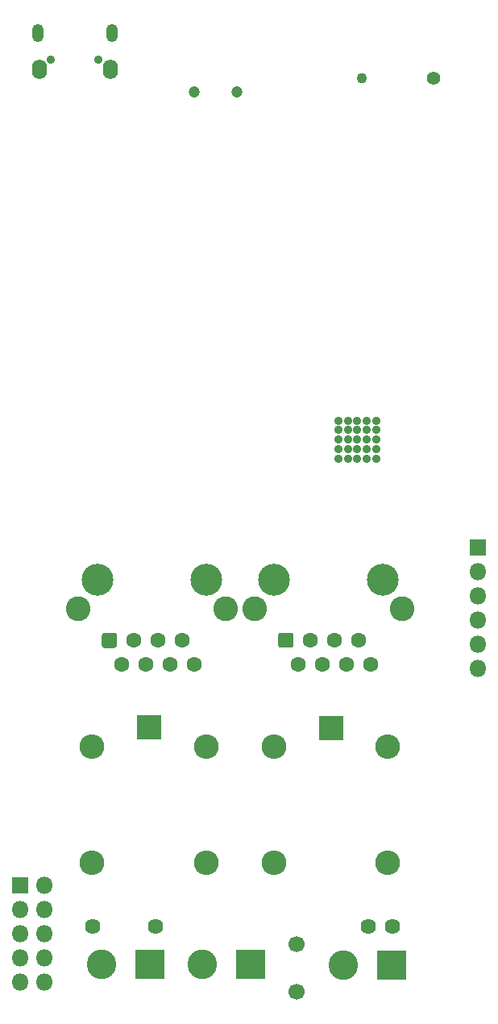
<source format=gbr>
%TF.GenerationSoftware,KiCad,Pcbnew,5.1.6-c6e7f7d~87~ubuntu20.04.1*%
%TF.CreationDate,2020-11-14T10:44:13+07:00*%
%TF.ProjectId,pas-slave-camera-hw,7061732d-736c-4617-9665-2d63616d6572,rev?*%
%TF.SameCoordinates,Original*%
%TF.FileFunction,Soldermask,Bot*%
%TF.FilePolarity,Negative*%
%FSLAX46Y46*%
G04 Gerber Fmt 4.6, Leading zero omitted, Abs format (unit mm)*
G04 Created by KiCad (PCBNEW 5.1.6-c6e7f7d~87~ubuntu20.04.1) date 2020-11-14 10:44:13*
%MOMM*%
%LPD*%
G01*
G04 APERTURE LIST*
%ADD10O,1.800000X1.800000*%
%ADD11R,1.800000X1.800000*%
%ADD12C,3.100000*%
%ADD13R,3.100000X3.100000*%
%ADD14C,1.600000*%
%ADD15C,2.600000*%
%ADD16C,3.350000*%
%ADD17C,1.200000*%
%ADD18C,1.624000*%
%ADD19O,0.900000X0.900000*%
%ADD20O,1.250000X1.900000*%
%ADD21O,1.550000X2.100000*%
%ADD22C,1.700000*%
%ADD23C,0.900000*%
%ADD24R,2.600000X2.600000*%
%ADD25O,2.600000X2.600000*%
%ADD26C,1.400000*%
%ADD27C,1.100000*%
G04 APERTURE END LIST*
D10*
%TO.C,J5*%
X311134760Y-145186400D03*
X308594760Y-145186400D03*
X311134760Y-142646400D03*
X308594760Y-142646400D03*
X311134760Y-140106400D03*
X308594760Y-140106400D03*
X311134760Y-137566400D03*
X308594760Y-137566400D03*
X311134760Y-135026400D03*
D11*
X308594760Y-135026400D03*
%TD*%
D12*
%TO.C,J1*%
X317152020Y-143314420D03*
D13*
X322232020Y-143314420D03*
%TD*%
D14*
%TO.C,J8*%
X324289580Y-111813340D03*
D15*
X314644580Y-105963340D03*
X330134580Y-105963340D03*
D14*
X325569580Y-109273340D03*
X326829580Y-111813340D03*
X321749580Y-111813340D03*
X320489580Y-109273340D03*
X323029580Y-109273340D03*
X319209580Y-111813340D03*
G36*
G01*
X317149580Y-109806140D02*
X317149580Y-108740540D01*
G75*
G02*
X317416780Y-108473340I267200J0D01*
G01*
X318482380Y-108473340D01*
G75*
G02*
X318749580Y-108740540I0J-267200D01*
G01*
X318749580Y-109806140D01*
G75*
G02*
X318482380Y-110073340I-267200J0D01*
G01*
X317416780Y-110073340D01*
G75*
G02*
X317149580Y-109806140I0J267200D01*
G01*
G37*
D16*
X316674580Y-102913340D03*
X328104580Y-102913340D03*
%TD*%
D14*
%TO.C,J7*%
X342816180Y-111800640D03*
D15*
X333171180Y-105950640D03*
X348661180Y-105950640D03*
D14*
X344096180Y-109260640D03*
X345356180Y-111800640D03*
X340276180Y-111800640D03*
X339016180Y-109260640D03*
X341556180Y-109260640D03*
X337736180Y-111800640D03*
G36*
G01*
X335676180Y-109793440D02*
X335676180Y-108727840D01*
G75*
G02*
X335943380Y-108460640I267200J0D01*
G01*
X337008980Y-108460640D01*
G75*
G02*
X337276180Y-108727840I0J-267200D01*
G01*
X337276180Y-109793440D01*
G75*
G02*
X337008980Y-110060640I-267200J0D01*
G01*
X335943380Y-110060640D01*
G75*
G02*
X335676180Y-109793440I0J267200D01*
G01*
G37*
D16*
X335201180Y-102900640D03*
X346631180Y-102900640D03*
%TD*%
D17*
%TO.C,J3*%
X326850000Y-51660340D03*
X331350000Y-51660340D03*
%TD*%
D18*
%TO.C,PS1*%
X347646000Y-139300000D03*
X345106000Y-139300000D03*
X322754000Y-139300000D03*
X316150000Y-139300000D03*
%TD*%
D12*
%TO.C,J6*%
X327731120Y-143276320D03*
D13*
X332811120Y-143276320D03*
%TD*%
D12*
%TO.C,J9*%
X342493600Y-143357600D03*
D13*
X347573600Y-143357600D03*
%TD*%
D19*
%TO.C,J4*%
X311810000Y-48280000D03*
X316810000Y-48280000D03*
D20*
X310435000Y-45530000D03*
X318185000Y-45530000D03*
D21*
X310585000Y-49330000D03*
X318035000Y-49330000D03*
%TD*%
D22*
%TO.C,F2*%
X337634580Y-141147800D03*
X337634580Y-146147800D03*
%TD*%
D23*
%TO.C,U4*%
X345984260Y-86188640D03*
X344984260Y-86188640D03*
X343984260Y-86188640D03*
X342984260Y-86188640D03*
X341984260Y-86188640D03*
X341984260Y-87188640D03*
X342984260Y-87188640D03*
X343984260Y-87188640D03*
X344984260Y-87188640D03*
X345984260Y-87188640D03*
X345984260Y-89188640D03*
X344984260Y-89188640D03*
X343984260Y-89188640D03*
X342984260Y-89188640D03*
X341984260Y-89188640D03*
X341984260Y-88188640D03*
X342984260Y-88188640D03*
X343984260Y-88188640D03*
X344984260Y-88188640D03*
X345984260Y-88188640D03*
X341984260Y-90188640D03*
X342984260Y-90188640D03*
X343984260Y-90188640D03*
X344984260Y-90188640D03*
X345984260Y-90188640D03*
%TD*%
D24*
%TO.C,K2*%
X322117720Y-118397020D03*
D25*
X328117720Y-120397020D03*
X328117720Y-132597020D03*
X316117720Y-132597020D03*
X316117720Y-120397020D03*
%TD*%
D24*
%TO.C,K1*%
X341208880Y-118462040D03*
D25*
X347208880Y-120462040D03*
X347208880Y-132662040D03*
X335208880Y-132662040D03*
X335208880Y-120462040D03*
%TD*%
D10*
%TO.C,J2*%
X356643940Y-112222280D03*
X356643940Y-109682280D03*
X356643940Y-107142280D03*
X356643940Y-104602280D03*
X356643940Y-102062280D03*
D11*
X356643940Y-99522280D03*
%TD*%
D26*
%TO.C,BT1*%
X352001120Y-50246280D03*
D27*
X344501120Y-50246280D03*
%TD*%
M02*

</source>
